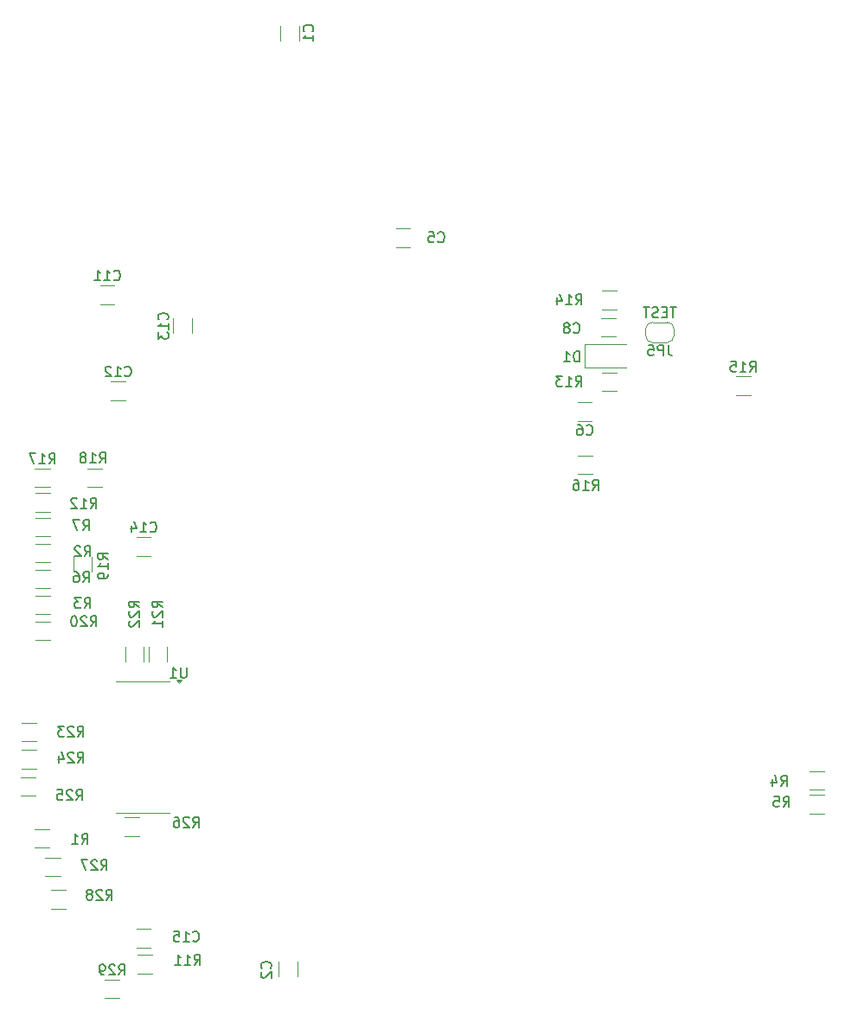
<source format=gbr>
%TF.GenerationSoftware,KiCad,Pcbnew,8.0.5-8.0.5-0~ubuntu22.04.1*%
%TF.CreationDate,2024-10-11T08:26:29+02:00*%
%TF.ProjectId,WD1771_Board,57443137-3731-45f4-926f-6172642e6b69,rev?*%
%TF.SameCoordinates,Original*%
%TF.FileFunction,Legend,Bot*%
%TF.FilePolarity,Positive*%
%FSLAX46Y46*%
G04 Gerber Fmt 4.6, Leading zero omitted, Abs format (unit mm)*
G04 Created by KiCad (PCBNEW 8.0.5-8.0.5-0~ubuntu22.04.1) date 2024-10-11 08:26:29*
%MOMM*%
%LPD*%
G01*
G04 APERTURE LIST*
%ADD10C,0.150000*%
%ADD11C,0.120000*%
G04 APERTURE END LIST*
D10*
X87076780Y-145684533D02*
X87124400Y-145636914D01*
X87124400Y-145636914D02*
X87172019Y-145494057D01*
X87172019Y-145494057D02*
X87172019Y-145398819D01*
X87172019Y-145398819D02*
X87124400Y-145255962D01*
X87124400Y-145255962D02*
X87029161Y-145160724D01*
X87029161Y-145160724D02*
X86933923Y-145113105D01*
X86933923Y-145113105D02*
X86743447Y-145065486D01*
X86743447Y-145065486D02*
X86600590Y-145065486D01*
X86600590Y-145065486D02*
X86410114Y-145113105D01*
X86410114Y-145113105D02*
X86314876Y-145160724D01*
X86314876Y-145160724D02*
X86219638Y-145255962D01*
X86219638Y-145255962D02*
X86172019Y-145398819D01*
X86172019Y-145398819D02*
X86172019Y-145494057D01*
X86172019Y-145494057D02*
X86219638Y-145636914D01*
X86219638Y-145636914D02*
X86267257Y-145684533D01*
X86267257Y-146065486D02*
X86219638Y-146113105D01*
X86219638Y-146113105D02*
X86172019Y-146208343D01*
X86172019Y-146208343D02*
X86172019Y-146446438D01*
X86172019Y-146446438D02*
X86219638Y-146541676D01*
X86219638Y-146541676D02*
X86267257Y-146589295D01*
X86267257Y-146589295D02*
X86362495Y-146636914D01*
X86362495Y-146636914D02*
X86457733Y-146636914D01*
X86457733Y-146636914D02*
X86600590Y-146589295D01*
X86600590Y-146589295D02*
X87172019Y-146017867D01*
X87172019Y-146017867D02*
X87172019Y-146636914D01*
X70492857Y-136090819D02*
X70826190Y-135614628D01*
X71064285Y-136090819D02*
X71064285Y-135090819D01*
X71064285Y-135090819D02*
X70683333Y-135090819D01*
X70683333Y-135090819D02*
X70588095Y-135138438D01*
X70588095Y-135138438D02*
X70540476Y-135186057D01*
X70540476Y-135186057D02*
X70492857Y-135281295D01*
X70492857Y-135281295D02*
X70492857Y-135424152D01*
X70492857Y-135424152D02*
X70540476Y-135519390D01*
X70540476Y-135519390D02*
X70588095Y-135567009D01*
X70588095Y-135567009D02*
X70683333Y-135614628D01*
X70683333Y-135614628D02*
X71064285Y-135614628D01*
X70111904Y-135186057D02*
X70064285Y-135138438D01*
X70064285Y-135138438D02*
X69969047Y-135090819D01*
X69969047Y-135090819D02*
X69730952Y-135090819D01*
X69730952Y-135090819D02*
X69635714Y-135138438D01*
X69635714Y-135138438D02*
X69588095Y-135186057D01*
X69588095Y-135186057D02*
X69540476Y-135281295D01*
X69540476Y-135281295D02*
X69540476Y-135376533D01*
X69540476Y-135376533D02*
X69588095Y-135519390D01*
X69588095Y-135519390D02*
X70159523Y-136090819D01*
X70159523Y-136090819D02*
X69540476Y-136090819D01*
X69207142Y-135090819D02*
X68540476Y-135090819D01*
X68540476Y-135090819D02*
X68969047Y-136090819D01*
X79509857Y-131899819D02*
X79843190Y-131423628D01*
X80081285Y-131899819D02*
X80081285Y-130899819D01*
X80081285Y-130899819D02*
X79700333Y-130899819D01*
X79700333Y-130899819D02*
X79605095Y-130947438D01*
X79605095Y-130947438D02*
X79557476Y-130995057D01*
X79557476Y-130995057D02*
X79509857Y-131090295D01*
X79509857Y-131090295D02*
X79509857Y-131233152D01*
X79509857Y-131233152D02*
X79557476Y-131328390D01*
X79557476Y-131328390D02*
X79605095Y-131376009D01*
X79605095Y-131376009D02*
X79700333Y-131423628D01*
X79700333Y-131423628D02*
X80081285Y-131423628D01*
X79128904Y-130995057D02*
X79081285Y-130947438D01*
X79081285Y-130947438D02*
X78986047Y-130899819D01*
X78986047Y-130899819D02*
X78747952Y-130899819D01*
X78747952Y-130899819D02*
X78652714Y-130947438D01*
X78652714Y-130947438D02*
X78605095Y-130995057D01*
X78605095Y-130995057D02*
X78557476Y-131090295D01*
X78557476Y-131090295D02*
X78557476Y-131185533D01*
X78557476Y-131185533D02*
X78605095Y-131328390D01*
X78605095Y-131328390D02*
X79176523Y-131899819D01*
X79176523Y-131899819D02*
X78557476Y-131899819D01*
X77700333Y-130899819D02*
X77890809Y-130899819D01*
X77890809Y-130899819D02*
X77986047Y-130947438D01*
X77986047Y-130947438D02*
X78033666Y-130995057D01*
X78033666Y-130995057D02*
X78128904Y-131137914D01*
X78128904Y-131137914D02*
X78176523Y-131328390D01*
X78176523Y-131328390D02*
X78176523Y-131709342D01*
X78176523Y-131709342D02*
X78128904Y-131804580D01*
X78128904Y-131804580D02*
X78081285Y-131852200D01*
X78081285Y-131852200D02*
X77986047Y-131899819D01*
X77986047Y-131899819D02*
X77795571Y-131899819D01*
X77795571Y-131899819D02*
X77700333Y-131852200D01*
X77700333Y-131852200D02*
X77652714Y-131804580D01*
X77652714Y-131804580D02*
X77605095Y-131709342D01*
X77605095Y-131709342D02*
X77605095Y-131471247D01*
X77605095Y-131471247D02*
X77652714Y-131376009D01*
X77652714Y-131376009D02*
X77700333Y-131328390D01*
X77700333Y-131328390D02*
X77795571Y-131280771D01*
X77795571Y-131280771D02*
X77986047Y-131280771D01*
X77986047Y-131280771D02*
X78081285Y-131328390D01*
X78081285Y-131328390D02*
X78128904Y-131376009D01*
X78128904Y-131376009D02*
X78176523Y-131471247D01*
X118022666Y-93395580D02*
X118070285Y-93443200D01*
X118070285Y-93443200D02*
X118213142Y-93490819D01*
X118213142Y-93490819D02*
X118308380Y-93490819D01*
X118308380Y-93490819D02*
X118451237Y-93443200D01*
X118451237Y-93443200D02*
X118546475Y-93347961D01*
X118546475Y-93347961D02*
X118594094Y-93252723D01*
X118594094Y-93252723D02*
X118641713Y-93062247D01*
X118641713Y-93062247D02*
X118641713Y-92919390D01*
X118641713Y-92919390D02*
X118594094Y-92728914D01*
X118594094Y-92728914D02*
X118546475Y-92633676D01*
X118546475Y-92633676D02*
X118451237Y-92538438D01*
X118451237Y-92538438D02*
X118308380Y-92490819D01*
X118308380Y-92490819D02*
X118213142Y-92490819D01*
X118213142Y-92490819D02*
X118070285Y-92538438D01*
X118070285Y-92538438D02*
X118022666Y-92586057D01*
X117165523Y-92490819D02*
X117355999Y-92490819D01*
X117355999Y-92490819D02*
X117451237Y-92538438D01*
X117451237Y-92538438D02*
X117498856Y-92586057D01*
X117498856Y-92586057D02*
X117594094Y-92728914D01*
X117594094Y-92728914D02*
X117641713Y-92919390D01*
X117641713Y-92919390D02*
X117641713Y-93300342D01*
X117641713Y-93300342D02*
X117594094Y-93395580D01*
X117594094Y-93395580D02*
X117546475Y-93443200D01*
X117546475Y-93443200D02*
X117451237Y-93490819D01*
X117451237Y-93490819D02*
X117260761Y-93490819D01*
X117260761Y-93490819D02*
X117165523Y-93443200D01*
X117165523Y-93443200D02*
X117117904Y-93395580D01*
X117117904Y-93395580D02*
X117070285Y-93300342D01*
X117070285Y-93300342D02*
X117070285Y-93062247D01*
X117070285Y-93062247D02*
X117117904Y-92967009D01*
X117117904Y-92967009D02*
X117165523Y-92919390D01*
X117165523Y-92919390D02*
X117260761Y-92871771D01*
X117260761Y-92871771D02*
X117451237Y-92871771D01*
X117451237Y-92871771D02*
X117546475Y-92919390D01*
X117546475Y-92919390D02*
X117594094Y-92967009D01*
X117594094Y-92967009D02*
X117641713Y-93062247D01*
X116974857Y-88719819D02*
X117308190Y-88243628D01*
X117546285Y-88719819D02*
X117546285Y-87719819D01*
X117546285Y-87719819D02*
X117165333Y-87719819D01*
X117165333Y-87719819D02*
X117070095Y-87767438D01*
X117070095Y-87767438D02*
X117022476Y-87815057D01*
X117022476Y-87815057D02*
X116974857Y-87910295D01*
X116974857Y-87910295D02*
X116974857Y-88053152D01*
X116974857Y-88053152D02*
X117022476Y-88148390D01*
X117022476Y-88148390D02*
X117070095Y-88196009D01*
X117070095Y-88196009D02*
X117165333Y-88243628D01*
X117165333Y-88243628D02*
X117546285Y-88243628D01*
X116022476Y-88719819D02*
X116593904Y-88719819D01*
X116308190Y-88719819D02*
X116308190Y-87719819D01*
X116308190Y-87719819D02*
X116403428Y-87862676D01*
X116403428Y-87862676D02*
X116498666Y-87957914D01*
X116498666Y-87957914D02*
X116593904Y-88005533D01*
X115689142Y-87719819D02*
X115070095Y-87719819D01*
X115070095Y-87719819D02*
X115403428Y-88100771D01*
X115403428Y-88100771D02*
X115260571Y-88100771D01*
X115260571Y-88100771D02*
X115165333Y-88148390D01*
X115165333Y-88148390D02*
X115117714Y-88196009D01*
X115117714Y-88196009D02*
X115070095Y-88291247D01*
X115070095Y-88291247D02*
X115070095Y-88529342D01*
X115070095Y-88529342D02*
X115117714Y-88624580D01*
X115117714Y-88624580D02*
X115165333Y-88672200D01*
X115165333Y-88672200D02*
X115260571Y-88719819D01*
X115260571Y-88719819D02*
X115546285Y-88719819D01*
X115546285Y-88719819D02*
X115641523Y-88672200D01*
X115641523Y-88672200D02*
X115689142Y-88624580D01*
X68619666Y-133525419D02*
X68952999Y-133049228D01*
X69191094Y-133525419D02*
X69191094Y-132525419D01*
X69191094Y-132525419D02*
X68810142Y-132525419D01*
X68810142Y-132525419D02*
X68714904Y-132573038D01*
X68714904Y-132573038D02*
X68667285Y-132620657D01*
X68667285Y-132620657D02*
X68619666Y-132715895D01*
X68619666Y-132715895D02*
X68619666Y-132858752D01*
X68619666Y-132858752D02*
X68667285Y-132953990D01*
X68667285Y-132953990D02*
X68714904Y-133001609D01*
X68714904Y-133001609D02*
X68810142Y-133049228D01*
X68810142Y-133049228D02*
X69191094Y-133049228D01*
X67667285Y-133525419D02*
X68238713Y-133525419D01*
X67952999Y-133525419D02*
X67952999Y-132525419D01*
X67952999Y-132525419D02*
X68048237Y-132668276D01*
X68048237Y-132668276D02*
X68143475Y-132763514D01*
X68143475Y-132763514D02*
X68238713Y-132811133D01*
X137066666Y-127839819D02*
X137399999Y-127363628D01*
X137638094Y-127839819D02*
X137638094Y-126839819D01*
X137638094Y-126839819D02*
X137257142Y-126839819D01*
X137257142Y-126839819D02*
X137161904Y-126887438D01*
X137161904Y-126887438D02*
X137114285Y-126935057D01*
X137114285Y-126935057D02*
X137066666Y-127030295D01*
X137066666Y-127030295D02*
X137066666Y-127173152D01*
X137066666Y-127173152D02*
X137114285Y-127268390D01*
X137114285Y-127268390D02*
X137161904Y-127316009D01*
X137161904Y-127316009D02*
X137257142Y-127363628D01*
X137257142Y-127363628D02*
X137638094Y-127363628D01*
X136209523Y-127173152D02*
X136209523Y-127839819D01*
X136447618Y-126792200D02*
X136685713Y-127506485D01*
X136685713Y-127506485D02*
X136066666Y-127506485D01*
X69476857Y-112214819D02*
X69810190Y-111738628D01*
X70048285Y-112214819D02*
X70048285Y-111214819D01*
X70048285Y-111214819D02*
X69667333Y-111214819D01*
X69667333Y-111214819D02*
X69572095Y-111262438D01*
X69572095Y-111262438D02*
X69524476Y-111310057D01*
X69524476Y-111310057D02*
X69476857Y-111405295D01*
X69476857Y-111405295D02*
X69476857Y-111548152D01*
X69476857Y-111548152D02*
X69524476Y-111643390D01*
X69524476Y-111643390D02*
X69572095Y-111691009D01*
X69572095Y-111691009D02*
X69667333Y-111738628D01*
X69667333Y-111738628D02*
X70048285Y-111738628D01*
X69095904Y-111310057D02*
X69048285Y-111262438D01*
X69048285Y-111262438D02*
X68953047Y-111214819D01*
X68953047Y-111214819D02*
X68714952Y-111214819D01*
X68714952Y-111214819D02*
X68619714Y-111262438D01*
X68619714Y-111262438D02*
X68572095Y-111310057D01*
X68572095Y-111310057D02*
X68524476Y-111405295D01*
X68524476Y-111405295D02*
X68524476Y-111500533D01*
X68524476Y-111500533D02*
X68572095Y-111643390D01*
X68572095Y-111643390D02*
X69143523Y-112214819D01*
X69143523Y-112214819D02*
X68524476Y-112214819D01*
X67905428Y-111214819D02*
X67810190Y-111214819D01*
X67810190Y-111214819D02*
X67714952Y-111262438D01*
X67714952Y-111262438D02*
X67667333Y-111310057D01*
X67667333Y-111310057D02*
X67619714Y-111405295D01*
X67619714Y-111405295D02*
X67572095Y-111595771D01*
X67572095Y-111595771D02*
X67572095Y-111833866D01*
X67572095Y-111833866D02*
X67619714Y-112024342D01*
X67619714Y-112024342D02*
X67667333Y-112119580D01*
X67667333Y-112119580D02*
X67714952Y-112167200D01*
X67714952Y-112167200D02*
X67810190Y-112214819D01*
X67810190Y-112214819D02*
X67905428Y-112214819D01*
X67905428Y-112214819D02*
X68000666Y-112167200D01*
X68000666Y-112167200D02*
X68048285Y-112119580D01*
X68048285Y-112119580D02*
X68095904Y-112024342D01*
X68095904Y-112024342D02*
X68143523Y-111833866D01*
X68143523Y-111833866D02*
X68143523Y-111595771D01*
X68143523Y-111595771D02*
X68095904Y-111405295D01*
X68095904Y-111405295D02*
X68048285Y-111310057D01*
X68048285Y-111310057D02*
X68000666Y-111262438D01*
X68000666Y-111262438D02*
X67905428Y-111214819D01*
X71762857Y-78265580D02*
X71810476Y-78313200D01*
X71810476Y-78313200D02*
X71953333Y-78360819D01*
X71953333Y-78360819D02*
X72048571Y-78360819D01*
X72048571Y-78360819D02*
X72191428Y-78313200D01*
X72191428Y-78313200D02*
X72286666Y-78217961D01*
X72286666Y-78217961D02*
X72334285Y-78122723D01*
X72334285Y-78122723D02*
X72381904Y-77932247D01*
X72381904Y-77932247D02*
X72381904Y-77789390D01*
X72381904Y-77789390D02*
X72334285Y-77598914D01*
X72334285Y-77598914D02*
X72286666Y-77503676D01*
X72286666Y-77503676D02*
X72191428Y-77408438D01*
X72191428Y-77408438D02*
X72048571Y-77360819D01*
X72048571Y-77360819D02*
X71953333Y-77360819D01*
X71953333Y-77360819D02*
X71810476Y-77408438D01*
X71810476Y-77408438D02*
X71762857Y-77456057D01*
X70810476Y-78360819D02*
X71381904Y-78360819D01*
X71096190Y-78360819D02*
X71096190Y-77360819D01*
X71096190Y-77360819D02*
X71191428Y-77503676D01*
X71191428Y-77503676D02*
X71286666Y-77598914D01*
X71286666Y-77598914D02*
X71381904Y-77646533D01*
X69858095Y-78360819D02*
X70429523Y-78360819D01*
X70143809Y-78360819D02*
X70143809Y-77360819D01*
X70143809Y-77360819D02*
X70239047Y-77503676D01*
X70239047Y-77503676D02*
X70334285Y-77598914D01*
X70334285Y-77598914D02*
X70429523Y-77646533D01*
X65412857Y-96297819D02*
X65746190Y-95821628D01*
X65984285Y-96297819D02*
X65984285Y-95297819D01*
X65984285Y-95297819D02*
X65603333Y-95297819D01*
X65603333Y-95297819D02*
X65508095Y-95345438D01*
X65508095Y-95345438D02*
X65460476Y-95393057D01*
X65460476Y-95393057D02*
X65412857Y-95488295D01*
X65412857Y-95488295D02*
X65412857Y-95631152D01*
X65412857Y-95631152D02*
X65460476Y-95726390D01*
X65460476Y-95726390D02*
X65508095Y-95774009D01*
X65508095Y-95774009D02*
X65603333Y-95821628D01*
X65603333Y-95821628D02*
X65984285Y-95821628D01*
X64460476Y-96297819D02*
X65031904Y-96297819D01*
X64746190Y-96297819D02*
X64746190Y-95297819D01*
X64746190Y-95297819D02*
X64841428Y-95440676D01*
X64841428Y-95440676D02*
X64936666Y-95535914D01*
X64936666Y-95535914D02*
X65031904Y-95583533D01*
X64127142Y-95297819D02*
X63460476Y-95297819D01*
X63460476Y-95297819D02*
X63889047Y-96297819D01*
X116752666Y-83417580D02*
X116800285Y-83465200D01*
X116800285Y-83465200D02*
X116943142Y-83512819D01*
X116943142Y-83512819D02*
X117038380Y-83512819D01*
X117038380Y-83512819D02*
X117181237Y-83465200D01*
X117181237Y-83465200D02*
X117276475Y-83369961D01*
X117276475Y-83369961D02*
X117324094Y-83274723D01*
X117324094Y-83274723D02*
X117371713Y-83084247D01*
X117371713Y-83084247D02*
X117371713Y-82941390D01*
X117371713Y-82941390D02*
X117324094Y-82750914D01*
X117324094Y-82750914D02*
X117276475Y-82655676D01*
X117276475Y-82655676D02*
X117181237Y-82560438D01*
X117181237Y-82560438D02*
X117038380Y-82512819D01*
X117038380Y-82512819D02*
X116943142Y-82512819D01*
X116943142Y-82512819D02*
X116800285Y-82560438D01*
X116800285Y-82560438D02*
X116752666Y-82608057D01*
X116181237Y-82941390D02*
X116276475Y-82893771D01*
X116276475Y-82893771D02*
X116324094Y-82846152D01*
X116324094Y-82846152D02*
X116371713Y-82750914D01*
X116371713Y-82750914D02*
X116371713Y-82703295D01*
X116371713Y-82703295D02*
X116324094Y-82608057D01*
X116324094Y-82608057D02*
X116276475Y-82560438D01*
X116276475Y-82560438D02*
X116181237Y-82512819D01*
X116181237Y-82512819D02*
X115990761Y-82512819D01*
X115990761Y-82512819D02*
X115895523Y-82560438D01*
X115895523Y-82560438D02*
X115847904Y-82608057D01*
X115847904Y-82608057D02*
X115800285Y-82703295D01*
X115800285Y-82703295D02*
X115800285Y-82750914D01*
X115800285Y-82750914D02*
X115847904Y-82846152D01*
X115847904Y-82846152D02*
X115895523Y-82893771D01*
X115895523Y-82893771D02*
X115990761Y-82941390D01*
X115990761Y-82941390D02*
X116181237Y-82941390D01*
X116181237Y-82941390D02*
X116276475Y-82989009D01*
X116276475Y-82989009D02*
X116324094Y-83036628D01*
X116324094Y-83036628D02*
X116371713Y-83131866D01*
X116371713Y-83131866D02*
X116371713Y-83322342D01*
X116371713Y-83322342D02*
X116324094Y-83417580D01*
X116324094Y-83417580D02*
X116276475Y-83465200D01*
X116276475Y-83465200D02*
X116181237Y-83512819D01*
X116181237Y-83512819D02*
X115990761Y-83512819D01*
X115990761Y-83512819D02*
X115895523Y-83465200D01*
X115895523Y-83465200D02*
X115847904Y-83417580D01*
X115847904Y-83417580D02*
X115800285Y-83322342D01*
X115800285Y-83322342D02*
X115800285Y-83131866D01*
X115800285Y-83131866D02*
X115847904Y-83036628D01*
X115847904Y-83036628D02*
X115895523Y-82989009D01*
X115895523Y-82989009D02*
X115990761Y-82941390D01*
X117324094Y-86306819D02*
X117324094Y-85306819D01*
X117324094Y-85306819D02*
X117085999Y-85306819D01*
X117085999Y-85306819D02*
X116943142Y-85354438D01*
X116943142Y-85354438D02*
X116847904Y-85449676D01*
X116847904Y-85449676D02*
X116800285Y-85544914D01*
X116800285Y-85544914D02*
X116752666Y-85735390D01*
X116752666Y-85735390D02*
X116752666Y-85878247D01*
X116752666Y-85878247D02*
X116800285Y-86068723D01*
X116800285Y-86068723D02*
X116847904Y-86163961D01*
X116847904Y-86163961D02*
X116943142Y-86259200D01*
X116943142Y-86259200D02*
X117085999Y-86306819D01*
X117085999Y-86306819D02*
X117324094Y-86306819D01*
X115800285Y-86306819D02*
X116371713Y-86306819D01*
X116085999Y-86306819D02*
X116085999Y-85306819D01*
X116085999Y-85306819D02*
X116181237Y-85449676D01*
X116181237Y-85449676D02*
X116276475Y-85544914D01*
X116276475Y-85544914D02*
X116371713Y-85592533D01*
X103495666Y-74527580D02*
X103543285Y-74575200D01*
X103543285Y-74575200D02*
X103686142Y-74622819D01*
X103686142Y-74622819D02*
X103781380Y-74622819D01*
X103781380Y-74622819D02*
X103924237Y-74575200D01*
X103924237Y-74575200D02*
X104019475Y-74479961D01*
X104019475Y-74479961D02*
X104067094Y-74384723D01*
X104067094Y-74384723D02*
X104114713Y-74194247D01*
X104114713Y-74194247D02*
X104114713Y-74051390D01*
X104114713Y-74051390D02*
X104067094Y-73860914D01*
X104067094Y-73860914D02*
X104019475Y-73765676D01*
X104019475Y-73765676D02*
X103924237Y-73670438D01*
X103924237Y-73670438D02*
X103781380Y-73622819D01*
X103781380Y-73622819D02*
X103686142Y-73622819D01*
X103686142Y-73622819D02*
X103543285Y-73670438D01*
X103543285Y-73670438D02*
X103495666Y-73718057D01*
X102590904Y-73622819D02*
X103067094Y-73622819D01*
X103067094Y-73622819D02*
X103114713Y-74099009D01*
X103114713Y-74099009D02*
X103067094Y-74051390D01*
X103067094Y-74051390D02*
X102971856Y-74003771D01*
X102971856Y-74003771D02*
X102733761Y-74003771D01*
X102733761Y-74003771D02*
X102638523Y-74051390D01*
X102638523Y-74051390D02*
X102590904Y-74099009D01*
X102590904Y-74099009D02*
X102543285Y-74194247D01*
X102543285Y-74194247D02*
X102543285Y-74432342D01*
X102543285Y-74432342D02*
X102590904Y-74527580D01*
X102590904Y-74527580D02*
X102638523Y-74575200D01*
X102638523Y-74575200D02*
X102733761Y-74622819D01*
X102733761Y-74622819D02*
X102971856Y-74622819D01*
X102971856Y-74622819D02*
X103067094Y-74575200D01*
X103067094Y-74575200D02*
X103114713Y-74527580D01*
X68873666Y-105356819D02*
X69206999Y-104880628D01*
X69445094Y-105356819D02*
X69445094Y-104356819D01*
X69445094Y-104356819D02*
X69064142Y-104356819D01*
X69064142Y-104356819D02*
X68968904Y-104404438D01*
X68968904Y-104404438D02*
X68921285Y-104452057D01*
X68921285Y-104452057D02*
X68873666Y-104547295D01*
X68873666Y-104547295D02*
X68873666Y-104690152D01*
X68873666Y-104690152D02*
X68921285Y-104785390D01*
X68921285Y-104785390D02*
X68968904Y-104833009D01*
X68968904Y-104833009D02*
X69064142Y-104880628D01*
X69064142Y-104880628D02*
X69445094Y-104880628D01*
X68492713Y-104452057D02*
X68445094Y-104404438D01*
X68445094Y-104404438D02*
X68349856Y-104356819D01*
X68349856Y-104356819D02*
X68111761Y-104356819D01*
X68111761Y-104356819D02*
X68016523Y-104404438D01*
X68016523Y-104404438D02*
X67968904Y-104452057D01*
X67968904Y-104452057D02*
X67921285Y-104547295D01*
X67921285Y-104547295D02*
X67921285Y-104642533D01*
X67921285Y-104642533D02*
X67968904Y-104785390D01*
X67968904Y-104785390D02*
X68540332Y-105356819D01*
X68540332Y-105356819D02*
X67921285Y-105356819D01*
X71193819Y-105656142D02*
X70717628Y-105322809D01*
X71193819Y-105084714D02*
X70193819Y-105084714D01*
X70193819Y-105084714D02*
X70193819Y-105465666D01*
X70193819Y-105465666D02*
X70241438Y-105560904D01*
X70241438Y-105560904D02*
X70289057Y-105608523D01*
X70289057Y-105608523D02*
X70384295Y-105656142D01*
X70384295Y-105656142D02*
X70527152Y-105656142D01*
X70527152Y-105656142D02*
X70622390Y-105608523D01*
X70622390Y-105608523D02*
X70670009Y-105560904D01*
X70670009Y-105560904D02*
X70717628Y-105465666D01*
X70717628Y-105465666D02*
X70717628Y-105084714D01*
X71193819Y-106608523D02*
X71193819Y-106037095D01*
X71193819Y-106322809D02*
X70193819Y-106322809D01*
X70193819Y-106322809D02*
X70336676Y-106227571D01*
X70336676Y-106227571D02*
X70431914Y-106132333D01*
X70431914Y-106132333D02*
X70479533Y-106037095D01*
X71193819Y-107084714D02*
X71193819Y-107275190D01*
X71193819Y-107275190D02*
X71146200Y-107370428D01*
X71146200Y-107370428D02*
X71098580Y-107418047D01*
X71098580Y-107418047D02*
X70955723Y-107513285D01*
X70955723Y-107513285D02*
X70765247Y-107560904D01*
X70765247Y-107560904D02*
X70384295Y-107560904D01*
X70384295Y-107560904D02*
X70289057Y-107513285D01*
X70289057Y-107513285D02*
X70241438Y-107465666D01*
X70241438Y-107465666D02*
X70193819Y-107370428D01*
X70193819Y-107370428D02*
X70193819Y-107179952D01*
X70193819Y-107179952D02*
X70241438Y-107084714D01*
X70241438Y-107084714D02*
X70289057Y-107037095D01*
X70289057Y-107037095D02*
X70384295Y-106989476D01*
X70384295Y-106989476D02*
X70622390Y-106989476D01*
X70622390Y-106989476D02*
X70717628Y-107037095D01*
X70717628Y-107037095D02*
X70765247Y-107084714D01*
X70765247Y-107084714D02*
X70812866Y-107179952D01*
X70812866Y-107179952D02*
X70812866Y-107370428D01*
X70812866Y-107370428D02*
X70765247Y-107465666D01*
X70765247Y-107465666D02*
X70717628Y-107513285D01*
X70717628Y-107513285D02*
X70622390Y-107560904D01*
X79509857Y-142980580D02*
X79557476Y-143028200D01*
X79557476Y-143028200D02*
X79700333Y-143075819D01*
X79700333Y-143075819D02*
X79795571Y-143075819D01*
X79795571Y-143075819D02*
X79938428Y-143028200D01*
X79938428Y-143028200D02*
X80033666Y-142932961D01*
X80033666Y-142932961D02*
X80081285Y-142837723D01*
X80081285Y-142837723D02*
X80128904Y-142647247D01*
X80128904Y-142647247D02*
X80128904Y-142504390D01*
X80128904Y-142504390D02*
X80081285Y-142313914D01*
X80081285Y-142313914D02*
X80033666Y-142218676D01*
X80033666Y-142218676D02*
X79938428Y-142123438D01*
X79938428Y-142123438D02*
X79795571Y-142075819D01*
X79795571Y-142075819D02*
X79700333Y-142075819D01*
X79700333Y-142075819D02*
X79557476Y-142123438D01*
X79557476Y-142123438D02*
X79509857Y-142171057D01*
X78557476Y-143075819D02*
X79128904Y-143075819D01*
X78843190Y-143075819D02*
X78843190Y-142075819D01*
X78843190Y-142075819D02*
X78938428Y-142218676D01*
X78938428Y-142218676D02*
X79033666Y-142313914D01*
X79033666Y-142313914D02*
X79128904Y-142361533D01*
X77652714Y-142075819D02*
X78128904Y-142075819D01*
X78128904Y-142075819D02*
X78176523Y-142552009D01*
X78176523Y-142552009D02*
X78128904Y-142504390D01*
X78128904Y-142504390D02*
X78033666Y-142456771D01*
X78033666Y-142456771D02*
X77795571Y-142456771D01*
X77795571Y-142456771D02*
X77700333Y-142504390D01*
X77700333Y-142504390D02*
X77652714Y-142552009D01*
X77652714Y-142552009D02*
X77605095Y-142647247D01*
X77605095Y-142647247D02*
X77605095Y-142885342D01*
X77605095Y-142885342D02*
X77652714Y-142980580D01*
X77652714Y-142980580D02*
X77700333Y-143028200D01*
X77700333Y-143028200D02*
X77795571Y-143075819D01*
X77795571Y-143075819D02*
X78033666Y-143075819D01*
X78033666Y-143075819D02*
X78128904Y-143028200D01*
X78128904Y-143028200D02*
X78176523Y-142980580D01*
X68873666Y-110436819D02*
X69206999Y-109960628D01*
X69445094Y-110436819D02*
X69445094Y-109436819D01*
X69445094Y-109436819D02*
X69064142Y-109436819D01*
X69064142Y-109436819D02*
X68968904Y-109484438D01*
X68968904Y-109484438D02*
X68921285Y-109532057D01*
X68921285Y-109532057D02*
X68873666Y-109627295D01*
X68873666Y-109627295D02*
X68873666Y-109770152D01*
X68873666Y-109770152D02*
X68921285Y-109865390D01*
X68921285Y-109865390D02*
X68968904Y-109913009D01*
X68968904Y-109913009D02*
X69064142Y-109960628D01*
X69064142Y-109960628D02*
X69445094Y-109960628D01*
X68540332Y-109436819D02*
X67921285Y-109436819D01*
X67921285Y-109436819D02*
X68254618Y-109817771D01*
X68254618Y-109817771D02*
X68111761Y-109817771D01*
X68111761Y-109817771D02*
X68016523Y-109865390D01*
X68016523Y-109865390D02*
X67968904Y-109913009D01*
X67968904Y-109913009D02*
X67921285Y-110008247D01*
X67921285Y-110008247D02*
X67921285Y-110246342D01*
X67921285Y-110246342D02*
X67968904Y-110341580D01*
X67968904Y-110341580D02*
X68016523Y-110389200D01*
X68016523Y-110389200D02*
X68111761Y-110436819D01*
X68111761Y-110436819D02*
X68397475Y-110436819D01*
X68397475Y-110436819D02*
X68492713Y-110389200D01*
X68492713Y-110389200D02*
X68540332Y-110341580D01*
X79636857Y-145361819D02*
X79970190Y-144885628D01*
X80208285Y-145361819D02*
X80208285Y-144361819D01*
X80208285Y-144361819D02*
X79827333Y-144361819D01*
X79827333Y-144361819D02*
X79732095Y-144409438D01*
X79732095Y-144409438D02*
X79684476Y-144457057D01*
X79684476Y-144457057D02*
X79636857Y-144552295D01*
X79636857Y-144552295D02*
X79636857Y-144695152D01*
X79636857Y-144695152D02*
X79684476Y-144790390D01*
X79684476Y-144790390D02*
X79732095Y-144838009D01*
X79732095Y-144838009D02*
X79827333Y-144885628D01*
X79827333Y-144885628D02*
X80208285Y-144885628D01*
X78684476Y-145361819D02*
X79255904Y-145361819D01*
X78970190Y-145361819D02*
X78970190Y-144361819D01*
X78970190Y-144361819D02*
X79065428Y-144504676D01*
X79065428Y-144504676D02*
X79160666Y-144599914D01*
X79160666Y-144599914D02*
X79255904Y-144647533D01*
X77732095Y-145361819D02*
X78303523Y-145361819D01*
X78017809Y-145361819D02*
X78017809Y-144361819D01*
X78017809Y-144361819D02*
X78113047Y-144504676D01*
X78113047Y-144504676D02*
X78208285Y-144599914D01*
X78208285Y-144599914D02*
X78303523Y-144647533D01*
X69476857Y-100657819D02*
X69810190Y-100181628D01*
X70048285Y-100657819D02*
X70048285Y-99657819D01*
X70048285Y-99657819D02*
X69667333Y-99657819D01*
X69667333Y-99657819D02*
X69572095Y-99705438D01*
X69572095Y-99705438D02*
X69524476Y-99753057D01*
X69524476Y-99753057D02*
X69476857Y-99848295D01*
X69476857Y-99848295D02*
X69476857Y-99991152D01*
X69476857Y-99991152D02*
X69524476Y-100086390D01*
X69524476Y-100086390D02*
X69572095Y-100134009D01*
X69572095Y-100134009D02*
X69667333Y-100181628D01*
X69667333Y-100181628D02*
X70048285Y-100181628D01*
X68524476Y-100657819D02*
X69095904Y-100657819D01*
X68810190Y-100657819D02*
X68810190Y-99657819D01*
X68810190Y-99657819D02*
X68905428Y-99800676D01*
X68905428Y-99800676D02*
X69000666Y-99895914D01*
X69000666Y-99895914D02*
X69095904Y-99943533D01*
X68143523Y-99753057D02*
X68095904Y-99705438D01*
X68095904Y-99705438D02*
X68000666Y-99657819D01*
X68000666Y-99657819D02*
X67762571Y-99657819D01*
X67762571Y-99657819D02*
X67667333Y-99705438D01*
X67667333Y-99705438D02*
X67619714Y-99753057D01*
X67619714Y-99753057D02*
X67572095Y-99848295D01*
X67572095Y-99848295D02*
X67572095Y-99943533D01*
X67572095Y-99943533D02*
X67619714Y-100086390D01*
X67619714Y-100086390D02*
X68191142Y-100657819D01*
X68191142Y-100657819D02*
X67572095Y-100657819D01*
X137291666Y-129879819D02*
X137624999Y-129403628D01*
X137863094Y-129879819D02*
X137863094Y-128879819D01*
X137863094Y-128879819D02*
X137482142Y-128879819D01*
X137482142Y-128879819D02*
X137386904Y-128927438D01*
X137386904Y-128927438D02*
X137339285Y-128975057D01*
X137339285Y-128975057D02*
X137291666Y-129070295D01*
X137291666Y-129070295D02*
X137291666Y-129213152D01*
X137291666Y-129213152D02*
X137339285Y-129308390D01*
X137339285Y-129308390D02*
X137386904Y-129356009D01*
X137386904Y-129356009D02*
X137482142Y-129403628D01*
X137482142Y-129403628D02*
X137863094Y-129403628D01*
X136386904Y-128879819D02*
X136863094Y-128879819D01*
X136863094Y-128879819D02*
X136910713Y-129356009D01*
X136910713Y-129356009D02*
X136863094Y-129308390D01*
X136863094Y-129308390D02*
X136767856Y-129260771D01*
X136767856Y-129260771D02*
X136529761Y-129260771D01*
X136529761Y-129260771D02*
X136434523Y-129308390D01*
X136434523Y-129308390D02*
X136386904Y-129356009D01*
X136386904Y-129356009D02*
X136339285Y-129451247D01*
X136339285Y-129451247D02*
X136339285Y-129689342D01*
X136339285Y-129689342D02*
X136386904Y-129784580D01*
X136386904Y-129784580D02*
X136434523Y-129832200D01*
X136434523Y-129832200D02*
X136529761Y-129879819D01*
X136529761Y-129879819D02*
X136767856Y-129879819D01*
X136767856Y-129879819D02*
X136863094Y-129832200D01*
X136863094Y-129832200D02*
X136910713Y-129784580D01*
X68746666Y-107896819D02*
X69079999Y-107420628D01*
X69318094Y-107896819D02*
X69318094Y-106896819D01*
X69318094Y-106896819D02*
X68937142Y-106896819D01*
X68937142Y-106896819D02*
X68841904Y-106944438D01*
X68841904Y-106944438D02*
X68794285Y-106992057D01*
X68794285Y-106992057D02*
X68746666Y-107087295D01*
X68746666Y-107087295D02*
X68746666Y-107230152D01*
X68746666Y-107230152D02*
X68794285Y-107325390D01*
X68794285Y-107325390D02*
X68841904Y-107373009D01*
X68841904Y-107373009D02*
X68937142Y-107420628D01*
X68937142Y-107420628D02*
X69318094Y-107420628D01*
X67889523Y-106896819D02*
X68079999Y-106896819D01*
X68079999Y-106896819D02*
X68175237Y-106944438D01*
X68175237Y-106944438D02*
X68222856Y-106992057D01*
X68222856Y-106992057D02*
X68318094Y-107134914D01*
X68318094Y-107134914D02*
X68365713Y-107325390D01*
X68365713Y-107325390D02*
X68365713Y-107706342D01*
X68365713Y-107706342D02*
X68318094Y-107801580D01*
X68318094Y-107801580D02*
X68270475Y-107849200D01*
X68270475Y-107849200D02*
X68175237Y-107896819D01*
X68175237Y-107896819D02*
X67984761Y-107896819D01*
X67984761Y-107896819D02*
X67889523Y-107849200D01*
X67889523Y-107849200D02*
X67841904Y-107801580D01*
X67841904Y-107801580D02*
X67794285Y-107706342D01*
X67794285Y-107706342D02*
X67794285Y-107468247D01*
X67794285Y-107468247D02*
X67841904Y-107373009D01*
X67841904Y-107373009D02*
X67889523Y-107325390D01*
X67889523Y-107325390D02*
X67984761Y-107277771D01*
X67984761Y-107277771D02*
X68175237Y-107277771D01*
X68175237Y-107277771D02*
X68270475Y-107325390D01*
X68270475Y-107325390D02*
X68318094Y-107373009D01*
X68318094Y-107373009D02*
X68365713Y-107468247D01*
X116974857Y-80718819D02*
X117308190Y-80242628D01*
X117546285Y-80718819D02*
X117546285Y-79718819D01*
X117546285Y-79718819D02*
X117165333Y-79718819D01*
X117165333Y-79718819D02*
X117070095Y-79766438D01*
X117070095Y-79766438D02*
X117022476Y-79814057D01*
X117022476Y-79814057D02*
X116974857Y-79909295D01*
X116974857Y-79909295D02*
X116974857Y-80052152D01*
X116974857Y-80052152D02*
X117022476Y-80147390D01*
X117022476Y-80147390D02*
X117070095Y-80195009D01*
X117070095Y-80195009D02*
X117165333Y-80242628D01*
X117165333Y-80242628D02*
X117546285Y-80242628D01*
X116022476Y-80718819D02*
X116593904Y-80718819D01*
X116308190Y-80718819D02*
X116308190Y-79718819D01*
X116308190Y-79718819D02*
X116403428Y-79861676D01*
X116403428Y-79861676D02*
X116498666Y-79956914D01*
X116498666Y-79956914D02*
X116593904Y-80004533D01*
X115165333Y-80052152D02*
X115165333Y-80718819D01*
X115403428Y-79671200D02*
X115641523Y-80385485D01*
X115641523Y-80385485D02*
X115022476Y-80385485D01*
X72244857Y-146335819D02*
X72578190Y-145859628D01*
X72816285Y-146335819D02*
X72816285Y-145335819D01*
X72816285Y-145335819D02*
X72435333Y-145335819D01*
X72435333Y-145335819D02*
X72340095Y-145383438D01*
X72340095Y-145383438D02*
X72292476Y-145431057D01*
X72292476Y-145431057D02*
X72244857Y-145526295D01*
X72244857Y-145526295D02*
X72244857Y-145669152D01*
X72244857Y-145669152D02*
X72292476Y-145764390D01*
X72292476Y-145764390D02*
X72340095Y-145812009D01*
X72340095Y-145812009D02*
X72435333Y-145859628D01*
X72435333Y-145859628D02*
X72816285Y-145859628D01*
X71863904Y-145431057D02*
X71816285Y-145383438D01*
X71816285Y-145383438D02*
X71721047Y-145335819D01*
X71721047Y-145335819D02*
X71482952Y-145335819D01*
X71482952Y-145335819D02*
X71387714Y-145383438D01*
X71387714Y-145383438D02*
X71340095Y-145431057D01*
X71340095Y-145431057D02*
X71292476Y-145526295D01*
X71292476Y-145526295D02*
X71292476Y-145621533D01*
X71292476Y-145621533D02*
X71340095Y-145764390D01*
X71340095Y-145764390D02*
X71911523Y-146335819D01*
X71911523Y-146335819D02*
X71292476Y-146335819D01*
X70816285Y-146335819D02*
X70625809Y-146335819D01*
X70625809Y-146335819D02*
X70530571Y-146288200D01*
X70530571Y-146288200D02*
X70482952Y-146240580D01*
X70482952Y-146240580D02*
X70387714Y-146097723D01*
X70387714Y-146097723D02*
X70340095Y-145907247D01*
X70340095Y-145907247D02*
X70340095Y-145526295D01*
X70340095Y-145526295D02*
X70387714Y-145431057D01*
X70387714Y-145431057D02*
X70435333Y-145383438D01*
X70435333Y-145383438D02*
X70530571Y-145335819D01*
X70530571Y-145335819D02*
X70721047Y-145335819D01*
X70721047Y-145335819D02*
X70816285Y-145383438D01*
X70816285Y-145383438D02*
X70863904Y-145431057D01*
X70863904Y-145431057D02*
X70911523Y-145526295D01*
X70911523Y-145526295D02*
X70911523Y-145764390D01*
X70911523Y-145764390D02*
X70863904Y-145859628D01*
X70863904Y-145859628D02*
X70816285Y-145907247D01*
X70816285Y-145907247D02*
X70721047Y-145954866D01*
X70721047Y-145954866D02*
X70530571Y-145954866D01*
X70530571Y-145954866D02*
X70435333Y-145907247D01*
X70435333Y-145907247D02*
X70387714Y-145859628D01*
X70387714Y-145859628D02*
X70340095Y-145764390D01*
X134018857Y-87280819D02*
X134352190Y-86804628D01*
X134590285Y-87280819D02*
X134590285Y-86280819D01*
X134590285Y-86280819D02*
X134209333Y-86280819D01*
X134209333Y-86280819D02*
X134114095Y-86328438D01*
X134114095Y-86328438D02*
X134066476Y-86376057D01*
X134066476Y-86376057D02*
X134018857Y-86471295D01*
X134018857Y-86471295D02*
X134018857Y-86614152D01*
X134018857Y-86614152D02*
X134066476Y-86709390D01*
X134066476Y-86709390D02*
X134114095Y-86757009D01*
X134114095Y-86757009D02*
X134209333Y-86804628D01*
X134209333Y-86804628D02*
X134590285Y-86804628D01*
X133066476Y-87280819D02*
X133637904Y-87280819D01*
X133352190Y-87280819D02*
X133352190Y-86280819D01*
X133352190Y-86280819D02*
X133447428Y-86423676D01*
X133447428Y-86423676D02*
X133542666Y-86518914D01*
X133542666Y-86518914D02*
X133637904Y-86566533D01*
X132161714Y-86280819D02*
X132637904Y-86280819D01*
X132637904Y-86280819D02*
X132685523Y-86757009D01*
X132685523Y-86757009D02*
X132637904Y-86709390D01*
X132637904Y-86709390D02*
X132542666Y-86661771D01*
X132542666Y-86661771D02*
X132304571Y-86661771D01*
X132304571Y-86661771D02*
X132209333Y-86709390D01*
X132209333Y-86709390D02*
X132161714Y-86757009D01*
X132161714Y-86757009D02*
X132114095Y-86852247D01*
X132114095Y-86852247D02*
X132114095Y-87090342D01*
X132114095Y-87090342D02*
X132161714Y-87185580D01*
X132161714Y-87185580D02*
X132209333Y-87233200D01*
X132209333Y-87233200D02*
X132304571Y-87280819D01*
X132304571Y-87280819D02*
X132542666Y-87280819D01*
X132542666Y-87280819D02*
X132637904Y-87233200D01*
X132637904Y-87233200D02*
X132685523Y-87185580D01*
X68746666Y-102816819D02*
X69079999Y-102340628D01*
X69318094Y-102816819D02*
X69318094Y-101816819D01*
X69318094Y-101816819D02*
X68937142Y-101816819D01*
X68937142Y-101816819D02*
X68841904Y-101864438D01*
X68841904Y-101864438D02*
X68794285Y-101912057D01*
X68794285Y-101912057D02*
X68746666Y-102007295D01*
X68746666Y-102007295D02*
X68746666Y-102150152D01*
X68746666Y-102150152D02*
X68794285Y-102245390D01*
X68794285Y-102245390D02*
X68841904Y-102293009D01*
X68841904Y-102293009D02*
X68937142Y-102340628D01*
X68937142Y-102340628D02*
X69318094Y-102340628D01*
X68413332Y-101816819D02*
X67746666Y-101816819D01*
X67746666Y-101816819D02*
X68175237Y-102816819D01*
X76995580Y-82161142D02*
X77043200Y-82113523D01*
X77043200Y-82113523D02*
X77090819Y-81970666D01*
X77090819Y-81970666D02*
X77090819Y-81875428D01*
X77090819Y-81875428D02*
X77043200Y-81732571D01*
X77043200Y-81732571D02*
X76947961Y-81637333D01*
X76947961Y-81637333D02*
X76852723Y-81589714D01*
X76852723Y-81589714D02*
X76662247Y-81542095D01*
X76662247Y-81542095D02*
X76519390Y-81542095D01*
X76519390Y-81542095D02*
X76328914Y-81589714D01*
X76328914Y-81589714D02*
X76233676Y-81637333D01*
X76233676Y-81637333D02*
X76138438Y-81732571D01*
X76138438Y-81732571D02*
X76090819Y-81875428D01*
X76090819Y-81875428D02*
X76090819Y-81970666D01*
X76090819Y-81970666D02*
X76138438Y-82113523D01*
X76138438Y-82113523D02*
X76186057Y-82161142D01*
X77090819Y-83113523D02*
X77090819Y-82542095D01*
X77090819Y-82827809D02*
X76090819Y-82827809D01*
X76090819Y-82827809D02*
X76233676Y-82732571D01*
X76233676Y-82732571D02*
X76328914Y-82637333D01*
X76328914Y-82637333D02*
X76376533Y-82542095D01*
X76090819Y-83446857D02*
X76090819Y-84065904D01*
X76090819Y-84065904D02*
X76471771Y-83732571D01*
X76471771Y-83732571D02*
X76471771Y-83875428D01*
X76471771Y-83875428D02*
X76519390Y-83970666D01*
X76519390Y-83970666D02*
X76567009Y-84018285D01*
X76567009Y-84018285D02*
X76662247Y-84065904D01*
X76662247Y-84065904D02*
X76900342Y-84065904D01*
X76900342Y-84065904D02*
X76995580Y-84018285D01*
X76995580Y-84018285D02*
X77043200Y-83970666D01*
X77043200Y-83970666D02*
X77090819Y-83875428D01*
X77090819Y-83875428D02*
X77090819Y-83589714D01*
X77090819Y-83589714D02*
X77043200Y-83494476D01*
X77043200Y-83494476D02*
X76995580Y-83446857D01*
X70365857Y-96212819D02*
X70699190Y-95736628D01*
X70937285Y-96212819D02*
X70937285Y-95212819D01*
X70937285Y-95212819D02*
X70556333Y-95212819D01*
X70556333Y-95212819D02*
X70461095Y-95260438D01*
X70461095Y-95260438D02*
X70413476Y-95308057D01*
X70413476Y-95308057D02*
X70365857Y-95403295D01*
X70365857Y-95403295D02*
X70365857Y-95546152D01*
X70365857Y-95546152D02*
X70413476Y-95641390D01*
X70413476Y-95641390D02*
X70461095Y-95689009D01*
X70461095Y-95689009D02*
X70556333Y-95736628D01*
X70556333Y-95736628D02*
X70937285Y-95736628D01*
X69413476Y-96212819D02*
X69984904Y-96212819D01*
X69699190Y-96212819D02*
X69699190Y-95212819D01*
X69699190Y-95212819D02*
X69794428Y-95355676D01*
X69794428Y-95355676D02*
X69889666Y-95450914D01*
X69889666Y-95450914D02*
X69984904Y-95498533D01*
X68842047Y-95641390D02*
X68937285Y-95593771D01*
X68937285Y-95593771D02*
X68984904Y-95546152D01*
X68984904Y-95546152D02*
X69032523Y-95450914D01*
X69032523Y-95450914D02*
X69032523Y-95403295D01*
X69032523Y-95403295D02*
X68984904Y-95308057D01*
X68984904Y-95308057D02*
X68937285Y-95260438D01*
X68937285Y-95260438D02*
X68842047Y-95212819D01*
X68842047Y-95212819D02*
X68651571Y-95212819D01*
X68651571Y-95212819D02*
X68556333Y-95260438D01*
X68556333Y-95260438D02*
X68508714Y-95308057D01*
X68508714Y-95308057D02*
X68461095Y-95403295D01*
X68461095Y-95403295D02*
X68461095Y-95450914D01*
X68461095Y-95450914D02*
X68508714Y-95546152D01*
X68508714Y-95546152D02*
X68556333Y-95593771D01*
X68556333Y-95593771D02*
X68651571Y-95641390D01*
X68651571Y-95641390D02*
X68842047Y-95641390D01*
X68842047Y-95641390D02*
X68937285Y-95689009D01*
X68937285Y-95689009D02*
X68984904Y-95736628D01*
X68984904Y-95736628D02*
X69032523Y-95831866D01*
X69032523Y-95831866D02*
X69032523Y-96022342D01*
X69032523Y-96022342D02*
X68984904Y-96117580D01*
X68984904Y-96117580D02*
X68937285Y-96165200D01*
X68937285Y-96165200D02*
X68842047Y-96212819D01*
X68842047Y-96212819D02*
X68651571Y-96212819D01*
X68651571Y-96212819D02*
X68556333Y-96165200D01*
X68556333Y-96165200D02*
X68508714Y-96117580D01*
X68508714Y-96117580D02*
X68461095Y-96022342D01*
X68461095Y-96022342D02*
X68461095Y-95831866D01*
X68461095Y-95831866D02*
X68508714Y-95736628D01*
X68508714Y-95736628D02*
X68556333Y-95689009D01*
X68556333Y-95689009D02*
X68651571Y-95641390D01*
X76527819Y-110355142D02*
X76051628Y-110021809D01*
X76527819Y-109783714D02*
X75527819Y-109783714D01*
X75527819Y-109783714D02*
X75527819Y-110164666D01*
X75527819Y-110164666D02*
X75575438Y-110259904D01*
X75575438Y-110259904D02*
X75623057Y-110307523D01*
X75623057Y-110307523D02*
X75718295Y-110355142D01*
X75718295Y-110355142D02*
X75861152Y-110355142D01*
X75861152Y-110355142D02*
X75956390Y-110307523D01*
X75956390Y-110307523D02*
X76004009Y-110259904D01*
X76004009Y-110259904D02*
X76051628Y-110164666D01*
X76051628Y-110164666D02*
X76051628Y-109783714D01*
X75623057Y-110736095D02*
X75575438Y-110783714D01*
X75575438Y-110783714D02*
X75527819Y-110878952D01*
X75527819Y-110878952D02*
X75527819Y-111117047D01*
X75527819Y-111117047D02*
X75575438Y-111212285D01*
X75575438Y-111212285D02*
X75623057Y-111259904D01*
X75623057Y-111259904D02*
X75718295Y-111307523D01*
X75718295Y-111307523D02*
X75813533Y-111307523D01*
X75813533Y-111307523D02*
X75956390Y-111259904D01*
X75956390Y-111259904D02*
X76527819Y-110688476D01*
X76527819Y-110688476D02*
X76527819Y-111307523D01*
X76527819Y-112259904D02*
X76527819Y-111688476D01*
X76527819Y-111974190D02*
X75527819Y-111974190D01*
X75527819Y-111974190D02*
X75670676Y-111878952D01*
X75670676Y-111878952D02*
X75765914Y-111783714D01*
X75765914Y-111783714D02*
X75813533Y-111688476D01*
X74241819Y-110355142D02*
X73765628Y-110021809D01*
X74241819Y-109783714D02*
X73241819Y-109783714D01*
X73241819Y-109783714D02*
X73241819Y-110164666D01*
X73241819Y-110164666D02*
X73289438Y-110259904D01*
X73289438Y-110259904D02*
X73337057Y-110307523D01*
X73337057Y-110307523D02*
X73432295Y-110355142D01*
X73432295Y-110355142D02*
X73575152Y-110355142D01*
X73575152Y-110355142D02*
X73670390Y-110307523D01*
X73670390Y-110307523D02*
X73718009Y-110259904D01*
X73718009Y-110259904D02*
X73765628Y-110164666D01*
X73765628Y-110164666D02*
X73765628Y-109783714D01*
X73337057Y-110736095D02*
X73289438Y-110783714D01*
X73289438Y-110783714D02*
X73241819Y-110878952D01*
X73241819Y-110878952D02*
X73241819Y-111117047D01*
X73241819Y-111117047D02*
X73289438Y-111212285D01*
X73289438Y-111212285D02*
X73337057Y-111259904D01*
X73337057Y-111259904D02*
X73432295Y-111307523D01*
X73432295Y-111307523D02*
X73527533Y-111307523D01*
X73527533Y-111307523D02*
X73670390Y-111259904D01*
X73670390Y-111259904D02*
X74241819Y-110688476D01*
X74241819Y-110688476D02*
X74241819Y-111307523D01*
X73337057Y-111688476D02*
X73289438Y-111736095D01*
X73289438Y-111736095D02*
X73241819Y-111831333D01*
X73241819Y-111831333D02*
X73241819Y-112069428D01*
X73241819Y-112069428D02*
X73289438Y-112164666D01*
X73289438Y-112164666D02*
X73337057Y-112212285D01*
X73337057Y-112212285D02*
X73432295Y-112259904D01*
X73432295Y-112259904D02*
X73527533Y-112259904D01*
X73527533Y-112259904D02*
X73670390Y-112212285D01*
X73670390Y-112212285D02*
X74241819Y-111640857D01*
X74241819Y-111640857D02*
X74241819Y-112259904D01*
X75318857Y-102903580D02*
X75366476Y-102951200D01*
X75366476Y-102951200D02*
X75509333Y-102998819D01*
X75509333Y-102998819D02*
X75604571Y-102998819D01*
X75604571Y-102998819D02*
X75747428Y-102951200D01*
X75747428Y-102951200D02*
X75842666Y-102855961D01*
X75842666Y-102855961D02*
X75890285Y-102760723D01*
X75890285Y-102760723D02*
X75937904Y-102570247D01*
X75937904Y-102570247D02*
X75937904Y-102427390D01*
X75937904Y-102427390D02*
X75890285Y-102236914D01*
X75890285Y-102236914D02*
X75842666Y-102141676D01*
X75842666Y-102141676D02*
X75747428Y-102046438D01*
X75747428Y-102046438D02*
X75604571Y-101998819D01*
X75604571Y-101998819D02*
X75509333Y-101998819D01*
X75509333Y-101998819D02*
X75366476Y-102046438D01*
X75366476Y-102046438D02*
X75318857Y-102094057D01*
X74366476Y-102998819D02*
X74937904Y-102998819D01*
X74652190Y-102998819D02*
X74652190Y-101998819D01*
X74652190Y-101998819D02*
X74747428Y-102141676D01*
X74747428Y-102141676D02*
X74842666Y-102236914D01*
X74842666Y-102236914D02*
X74937904Y-102284533D01*
X73509333Y-102332152D02*
X73509333Y-102998819D01*
X73747428Y-101951200D02*
X73985523Y-102665485D01*
X73985523Y-102665485D02*
X73366476Y-102665485D01*
X118625857Y-98879819D02*
X118959190Y-98403628D01*
X119197285Y-98879819D02*
X119197285Y-97879819D01*
X119197285Y-97879819D02*
X118816333Y-97879819D01*
X118816333Y-97879819D02*
X118721095Y-97927438D01*
X118721095Y-97927438D02*
X118673476Y-97975057D01*
X118673476Y-97975057D02*
X118625857Y-98070295D01*
X118625857Y-98070295D02*
X118625857Y-98213152D01*
X118625857Y-98213152D02*
X118673476Y-98308390D01*
X118673476Y-98308390D02*
X118721095Y-98356009D01*
X118721095Y-98356009D02*
X118816333Y-98403628D01*
X118816333Y-98403628D02*
X119197285Y-98403628D01*
X117673476Y-98879819D02*
X118244904Y-98879819D01*
X117959190Y-98879819D02*
X117959190Y-97879819D01*
X117959190Y-97879819D02*
X118054428Y-98022676D01*
X118054428Y-98022676D02*
X118149666Y-98117914D01*
X118149666Y-98117914D02*
X118244904Y-98165533D01*
X116816333Y-97879819D02*
X117006809Y-97879819D01*
X117006809Y-97879819D02*
X117102047Y-97927438D01*
X117102047Y-97927438D02*
X117149666Y-97975057D01*
X117149666Y-97975057D02*
X117244904Y-98117914D01*
X117244904Y-98117914D02*
X117292523Y-98308390D01*
X117292523Y-98308390D02*
X117292523Y-98689342D01*
X117292523Y-98689342D02*
X117244904Y-98784580D01*
X117244904Y-98784580D02*
X117197285Y-98832200D01*
X117197285Y-98832200D02*
X117102047Y-98879819D01*
X117102047Y-98879819D02*
X116911571Y-98879819D01*
X116911571Y-98879819D02*
X116816333Y-98832200D01*
X116816333Y-98832200D02*
X116768714Y-98784580D01*
X116768714Y-98784580D02*
X116721095Y-98689342D01*
X116721095Y-98689342D02*
X116721095Y-98451247D01*
X116721095Y-98451247D02*
X116768714Y-98356009D01*
X116768714Y-98356009D02*
X116816333Y-98308390D01*
X116816333Y-98308390D02*
X116911571Y-98260771D01*
X116911571Y-98260771D02*
X117102047Y-98260771D01*
X117102047Y-98260771D02*
X117197285Y-98308390D01*
X117197285Y-98308390D02*
X117244904Y-98356009D01*
X117244904Y-98356009D02*
X117292523Y-98451247D01*
X68079857Y-129232819D02*
X68413190Y-128756628D01*
X68651285Y-129232819D02*
X68651285Y-128232819D01*
X68651285Y-128232819D02*
X68270333Y-128232819D01*
X68270333Y-128232819D02*
X68175095Y-128280438D01*
X68175095Y-128280438D02*
X68127476Y-128328057D01*
X68127476Y-128328057D02*
X68079857Y-128423295D01*
X68079857Y-128423295D02*
X68079857Y-128566152D01*
X68079857Y-128566152D02*
X68127476Y-128661390D01*
X68127476Y-128661390D02*
X68175095Y-128709009D01*
X68175095Y-128709009D02*
X68270333Y-128756628D01*
X68270333Y-128756628D02*
X68651285Y-128756628D01*
X67698904Y-128328057D02*
X67651285Y-128280438D01*
X67651285Y-128280438D02*
X67556047Y-128232819D01*
X67556047Y-128232819D02*
X67317952Y-128232819D01*
X67317952Y-128232819D02*
X67222714Y-128280438D01*
X67222714Y-128280438D02*
X67175095Y-128328057D01*
X67175095Y-128328057D02*
X67127476Y-128423295D01*
X67127476Y-128423295D02*
X67127476Y-128518533D01*
X67127476Y-128518533D02*
X67175095Y-128661390D01*
X67175095Y-128661390D02*
X67746523Y-129232819D01*
X67746523Y-129232819D02*
X67127476Y-129232819D01*
X66222714Y-128232819D02*
X66698904Y-128232819D01*
X66698904Y-128232819D02*
X66746523Y-128709009D01*
X66746523Y-128709009D02*
X66698904Y-128661390D01*
X66698904Y-128661390D02*
X66603666Y-128613771D01*
X66603666Y-128613771D02*
X66365571Y-128613771D01*
X66365571Y-128613771D02*
X66270333Y-128661390D01*
X66270333Y-128661390D02*
X66222714Y-128709009D01*
X66222714Y-128709009D02*
X66175095Y-128804247D01*
X66175095Y-128804247D02*
X66175095Y-129042342D01*
X66175095Y-129042342D02*
X66222714Y-129137580D01*
X66222714Y-129137580D02*
X66270333Y-129185200D01*
X66270333Y-129185200D02*
X66365571Y-129232819D01*
X66365571Y-129232819D02*
X66603666Y-129232819D01*
X66603666Y-129232819D02*
X66698904Y-129185200D01*
X66698904Y-129185200D02*
X66746523Y-129137580D01*
X91209580Y-53958333D02*
X91257200Y-53910714D01*
X91257200Y-53910714D02*
X91304819Y-53767857D01*
X91304819Y-53767857D02*
X91304819Y-53672619D01*
X91304819Y-53672619D02*
X91257200Y-53529762D01*
X91257200Y-53529762D02*
X91161961Y-53434524D01*
X91161961Y-53434524D02*
X91066723Y-53386905D01*
X91066723Y-53386905D02*
X90876247Y-53339286D01*
X90876247Y-53339286D02*
X90733390Y-53339286D01*
X90733390Y-53339286D02*
X90542914Y-53386905D01*
X90542914Y-53386905D02*
X90447676Y-53434524D01*
X90447676Y-53434524D02*
X90352438Y-53529762D01*
X90352438Y-53529762D02*
X90304819Y-53672619D01*
X90304819Y-53672619D02*
X90304819Y-53767857D01*
X90304819Y-53767857D02*
X90352438Y-53910714D01*
X90352438Y-53910714D02*
X90400057Y-53958333D01*
X91304819Y-54910714D02*
X91304819Y-54339286D01*
X91304819Y-54625000D02*
X90304819Y-54625000D01*
X90304819Y-54625000D02*
X90447676Y-54529762D01*
X90447676Y-54529762D02*
X90542914Y-54434524D01*
X90542914Y-54434524D02*
X90590533Y-54339286D01*
X68206857Y-125549819D02*
X68540190Y-125073628D01*
X68778285Y-125549819D02*
X68778285Y-124549819D01*
X68778285Y-124549819D02*
X68397333Y-124549819D01*
X68397333Y-124549819D02*
X68302095Y-124597438D01*
X68302095Y-124597438D02*
X68254476Y-124645057D01*
X68254476Y-124645057D02*
X68206857Y-124740295D01*
X68206857Y-124740295D02*
X68206857Y-124883152D01*
X68206857Y-124883152D02*
X68254476Y-124978390D01*
X68254476Y-124978390D02*
X68302095Y-125026009D01*
X68302095Y-125026009D02*
X68397333Y-125073628D01*
X68397333Y-125073628D02*
X68778285Y-125073628D01*
X67825904Y-124645057D02*
X67778285Y-124597438D01*
X67778285Y-124597438D02*
X67683047Y-124549819D01*
X67683047Y-124549819D02*
X67444952Y-124549819D01*
X67444952Y-124549819D02*
X67349714Y-124597438D01*
X67349714Y-124597438D02*
X67302095Y-124645057D01*
X67302095Y-124645057D02*
X67254476Y-124740295D01*
X67254476Y-124740295D02*
X67254476Y-124835533D01*
X67254476Y-124835533D02*
X67302095Y-124978390D01*
X67302095Y-124978390D02*
X67873523Y-125549819D01*
X67873523Y-125549819D02*
X67254476Y-125549819D01*
X66397333Y-124883152D02*
X66397333Y-125549819D01*
X66635428Y-124502200D02*
X66873523Y-125216485D01*
X66873523Y-125216485D02*
X66254476Y-125216485D01*
X72827857Y-87663580D02*
X72875476Y-87711200D01*
X72875476Y-87711200D02*
X73018333Y-87758819D01*
X73018333Y-87758819D02*
X73113571Y-87758819D01*
X73113571Y-87758819D02*
X73256428Y-87711200D01*
X73256428Y-87711200D02*
X73351666Y-87615961D01*
X73351666Y-87615961D02*
X73399285Y-87520723D01*
X73399285Y-87520723D02*
X73446904Y-87330247D01*
X73446904Y-87330247D02*
X73446904Y-87187390D01*
X73446904Y-87187390D02*
X73399285Y-86996914D01*
X73399285Y-86996914D02*
X73351666Y-86901676D01*
X73351666Y-86901676D02*
X73256428Y-86806438D01*
X73256428Y-86806438D02*
X73113571Y-86758819D01*
X73113571Y-86758819D02*
X73018333Y-86758819D01*
X73018333Y-86758819D02*
X72875476Y-86806438D01*
X72875476Y-86806438D02*
X72827857Y-86854057D01*
X71875476Y-87758819D02*
X72446904Y-87758819D01*
X72161190Y-87758819D02*
X72161190Y-86758819D01*
X72161190Y-86758819D02*
X72256428Y-86901676D01*
X72256428Y-86901676D02*
X72351666Y-86996914D01*
X72351666Y-86996914D02*
X72446904Y-87044533D01*
X71494523Y-86854057D02*
X71446904Y-86806438D01*
X71446904Y-86806438D02*
X71351666Y-86758819D01*
X71351666Y-86758819D02*
X71113571Y-86758819D01*
X71113571Y-86758819D02*
X71018333Y-86806438D01*
X71018333Y-86806438D02*
X70970714Y-86854057D01*
X70970714Y-86854057D02*
X70923095Y-86949295D01*
X70923095Y-86949295D02*
X70923095Y-87044533D01*
X70923095Y-87044533D02*
X70970714Y-87187390D01*
X70970714Y-87187390D02*
X71542142Y-87758819D01*
X71542142Y-87758819D02*
X70923095Y-87758819D01*
X78866904Y-116261554D02*
X78866904Y-117071077D01*
X78866904Y-117071077D02*
X78819285Y-117166315D01*
X78819285Y-117166315D02*
X78771666Y-117213935D01*
X78771666Y-117213935D02*
X78676428Y-117261554D01*
X78676428Y-117261554D02*
X78485952Y-117261554D01*
X78485952Y-117261554D02*
X78390714Y-117213935D01*
X78390714Y-117213935D02*
X78343095Y-117166315D01*
X78343095Y-117166315D02*
X78295476Y-117071077D01*
X78295476Y-117071077D02*
X78295476Y-116261554D01*
X77295476Y-117261554D02*
X77866904Y-117261554D01*
X77581190Y-117261554D02*
X77581190Y-116261554D01*
X77581190Y-116261554D02*
X77676428Y-116404411D01*
X77676428Y-116404411D02*
X77771666Y-116499649D01*
X77771666Y-116499649D02*
X77866904Y-116547268D01*
X71000857Y-139011819D02*
X71334190Y-138535628D01*
X71572285Y-139011819D02*
X71572285Y-138011819D01*
X71572285Y-138011819D02*
X71191333Y-138011819D01*
X71191333Y-138011819D02*
X71096095Y-138059438D01*
X71096095Y-138059438D02*
X71048476Y-138107057D01*
X71048476Y-138107057D02*
X71000857Y-138202295D01*
X71000857Y-138202295D02*
X71000857Y-138345152D01*
X71000857Y-138345152D02*
X71048476Y-138440390D01*
X71048476Y-138440390D02*
X71096095Y-138488009D01*
X71096095Y-138488009D02*
X71191333Y-138535628D01*
X71191333Y-138535628D02*
X71572285Y-138535628D01*
X70619904Y-138107057D02*
X70572285Y-138059438D01*
X70572285Y-138059438D02*
X70477047Y-138011819D01*
X70477047Y-138011819D02*
X70238952Y-138011819D01*
X70238952Y-138011819D02*
X70143714Y-138059438D01*
X70143714Y-138059438D02*
X70096095Y-138107057D01*
X70096095Y-138107057D02*
X70048476Y-138202295D01*
X70048476Y-138202295D02*
X70048476Y-138297533D01*
X70048476Y-138297533D02*
X70096095Y-138440390D01*
X70096095Y-138440390D02*
X70667523Y-139011819D01*
X70667523Y-139011819D02*
X70048476Y-139011819D01*
X69477047Y-138440390D02*
X69572285Y-138392771D01*
X69572285Y-138392771D02*
X69619904Y-138345152D01*
X69619904Y-138345152D02*
X69667523Y-138249914D01*
X69667523Y-138249914D02*
X69667523Y-138202295D01*
X69667523Y-138202295D02*
X69619904Y-138107057D01*
X69619904Y-138107057D02*
X69572285Y-138059438D01*
X69572285Y-138059438D02*
X69477047Y-138011819D01*
X69477047Y-138011819D02*
X69286571Y-138011819D01*
X69286571Y-138011819D02*
X69191333Y-138059438D01*
X69191333Y-138059438D02*
X69143714Y-138107057D01*
X69143714Y-138107057D02*
X69096095Y-138202295D01*
X69096095Y-138202295D02*
X69096095Y-138249914D01*
X69096095Y-138249914D02*
X69143714Y-138345152D01*
X69143714Y-138345152D02*
X69191333Y-138392771D01*
X69191333Y-138392771D02*
X69286571Y-138440390D01*
X69286571Y-138440390D02*
X69477047Y-138440390D01*
X69477047Y-138440390D02*
X69572285Y-138488009D01*
X69572285Y-138488009D02*
X69619904Y-138535628D01*
X69619904Y-138535628D02*
X69667523Y-138630866D01*
X69667523Y-138630866D02*
X69667523Y-138821342D01*
X69667523Y-138821342D02*
X69619904Y-138916580D01*
X69619904Y-138916580D02*
X69572285Y-138964200D01*
X69572285Y-138964200D02*
X69477047Y-139011819D01*
X69477047Y-139011819D02*
X69286571Y-139011819D01*
X69286571Y-139011819D02*
X69191333Y-138964200D01*
X69191333Y-138964200D02*
X69143714Y-138916580D01*
X69143714Y-138916580D02*
X69096095Y-138821342D01*
X69096095Y-138821342D02*
X69096095Y-138630866D01*
X69096095Y-138630866D02*
X69143714Y-138535628D01*
X69143714Y-138535628D02*
X69191333Y-138488009D01*
X69191333Y-138488009D02*
X69286571Y-138440390D01*
X126040333Y-84693819D02*
X126040333Y-85408104D01*
X126040333Y-85408104D02*
X126087952Y-85550961D01*
X126087952Y-85550961D02*
X126183190Y-85646200D01*
X126183190Y-85646200D02*
X126326047Y-85693819D01*
X126326047Y-85693819D02*
X126421285Y-85693819D01*
X125564142Y-85693819D02*
X125564142Y-84693819D01*
X125564142Y-84693819D02*
X125183190Y-84693819D01*
X125183190Y-84693819D02*
X125087952Y-84741438D01*
X125087952Y-84741438D02*
X125040333Y-84789057D01*
X125040333Y-84789057D02*
X124992714Y-84884295D01*
X124992714Y-84884295D02*
X124992714Y-85027152D01*
X124992714Y-85027152D02*
X125040333Y-85122390D01*
X125040333Y-85122390D02*
X125087952Y-85170009D01*
X125087952Y-85170009D02*
X125183190Y-85217628D01*
X125183190Y-85217628D02*
X125564142Y-85217628D01*
X124087952Y-84693819D02*
X124564142Y-84693819D01*
X124564142Y-84693819D02*
X124611761Y-85170009D01*
X124611761Y-85170009D02*
X124564142Y-85122390D01*
X124564142Y-85122390D02*
X124468904Y-85074771D01*
X124468904Y-85074771D02*
X124230809Y-85074771D01*
X124230809Y-85074771D02*
X124135571Y-85122390D01*
X124135571Y-85122390D02*
X124087952Y-85170009D01*
X124087952Y-85170009D02*
X124040333Y-85265247D01*
X124040333Y-85265247D02*
X124040333Y-85503342D01*
X124040333Y-85503342D02*
X124087952Y-85598580D01*
X124087952Y-85598580D02*
X124135571Y-85646200D01*
X124135571Y-85646200D02*
X124230809Y-85693819D01*
X124230809Y-85693819D02*
X124468904Y-85693819D01*
X124468904Y-85693819D02*
X124564142Y-85646200D01*
X124564142Y-85646200D02*
X124611761Y-85598580D01*
X126802237Y-80993819D02*
X126230809Y-80993819D01*
X126516523Y-81993819D02*
X126516523Y-80993819D01*
X125897475Y-81470009D02*
X125564142Y-81470009D01*
X125421285Y-81993819D02*
X125897475Y-81993819D01*
X125897475Y-81993819D02*
X125897475Y-80993819D01*
X125897475Y-80993819D02*
X125421285Y-80993819D01*
X125040332Y-81946200D02*
X124897475Y-81993819D01*
X124897475Y-81993819D02*
X124659380Y-81993819D01*
X124659380Y-81993819D02*
X124564142Y-81946200D01*
X124564142Y-81946200D02*
X124516523Y-81898580D01*
X124516523Y-81898580D02*
X124468904Y-81803342D01*
X124468904Y-81803342D02*
X124468904Y-81708104D01*
X124468904Y-81708104D02*
X124516523Y-81612866D01*
X124516523Y-81612866D02*
X124564142Y-81565247D01*
X124564142Y-81565247D02*
X124659380Y-81517628D01*
X124659380Y-81517628D02*
X124849856Y-81470009D01*
X124849856Y-81470009D02*
X124945094Y-81422390D01*
X124945094Y-81422390D02*
X124992713Y-81374771D01*
X124992713Y-81374771D02*
X125040332Y-81279533D01*
X125040332Y-81279533D02*
X125040332Y-81184295D01*
X125040332Y-81184295D02*
X124992713Y-81089057D01*
X124992713Y-81089057D02*
X124945094Y-81041438D01*
X124945094Y-81041438D02*
X124849856Y-80993819D01*
X124849856Y-80993819D02*
X124611761Y-80993819D01*
X124611761Y-80993819D02*
X124468904Y-81041438D01*
X124183189Y-80993819D02*
X123611761Y-80993819D01*
X123897475Y-81993819D02*
X123897475Y-80993819D01*
X68206857Y-123009819D02*
X68540190Y-122533628D01*
X68778285Y-123009819D02*
X68778285Y-122009819D01*
X68778285Y-122009819D02*
X68397333Y-122009819D01*
X68397333Y-122009819D02*
X68302095Y-122057438D01*
X68302095Y-122057438D02*
X68254476Y-122105057D01*
X68254476Y-122105057D02*
X68206857Y-122200295D01*
X68206857Y-122200295D02*
X68206857Y-122343152D01*
X68206857Y-122343152D02*
X68254476Y-122438390D01*
X68254476Y-122438390D02*
X68302095Y-122486009D01*
X68302095Y-122486009D02*
X68397333Y-122533628D01*
X68397333Y-122533628D02*
X68778285Y-122533628D01*
X67825904Y-122105057D02*
X67778285Y-122057438D01*
X67778285Y-122057438D02*
X67683047Y-122009819D01*
X67683047Y-122009819D02*
X67444952Y-122009819D01*
X67444952Y-122009819D02*
X67349714Y-122057438D01*
X67349714Y-122057438D02*
X67302095Y-122105057D01*
X67302095Y-122105057D02*
X67254476Y-122200295D01*
X67254476Y-122200295D02*
X67254476Y-122295533D01*
X67254476Y-122295533D02*
X67302095Y-122438390D01*
X67302095Y-122438390D02*
X67873523Y-123009819D01*
X67873523Y-123009819D02*
X67254476Y-123009819D01*
X66921142Y-122009819D02*
X66302095Y-122009819D01*
X66302095Y-122009819D02*
X66635428Y-122390771D01*
X66635428Y-122390771D02*
X66492571Y-122390771D01*
X66492571Y-122390771D02*
X66397333Y-122438390D01*
X66397333Y-122438390D02*
X66349714Y-122486009D01*
X66349714Y-122486009D02*
X66302095Y-122581247D01*
X66302095Y-122581247D02*
X66302095Y-122819342D01*
X66302095Y-122819342D02*
X66349714Y-122914580D01*
X66349714Y-122914580D02*
X66397333Y-122962200D01*
X66397333Y-122962200D02*
X66492571Y-123009819D01*
X66492571Y-123009819D02*
X66778285Y-123009819D01*
X66778285Y-123009819D02*
X66873523Y-122962200D01*
X66873523Y-122962200D02*
X66921142Y-122914580D01*
D11*
%TO.C,C2*%
X87890000Y-146486252D02*
X87890000Y-145063748D01*
X89710000Y-146486252D02*
X89710000Y-145063748D01*
%TO.C,R27*%
X65058936Y-134853000D02*
X66513064Y-134853000D01*
X65058936Y-136673000D02*
X66513064Y-136673000D01*
%TO.C,R26*%
X72805936Y-130916000D02*
X74260064Y-130916000D01*
X72805936Y-132736000D02*
X74260064Y-132736000D01*
%TO.C,C6*%
X118567252Y-90276000D02*
X117144748Y-90276000D01*
X118567252Y-92096000D02*
X117144748Y-92096000D01*
%TO.C,R13*%
X121022064Y-87355000D02*
X119567936Y-87355000D01*
X121022064Y-89175000D02*
X119567936Y-89175000D01*
%TO.C,R1*%
X64016936Y-132059000D02*
X65471064Y-132059000D01*
X64016936Y-133879000D02*
X65471064Y-133879000D01*
%TO.C,R4*%
X141302064Y-126415000D02*
X139847936Y-126415000D01*
X141302064Y-128235000D02*
X139847936Y-128235000D01*
%TO.C,R20*%
X64068936Y-111739000D02*
X65523064Y-111739000D01*
X64068936Y-113559000D02*
X65523064Y-113559000D01*
%TO.C,C11*%
X70408748Y-78846000D02*
X71831252Y-78846000D01*
X70408748Y-80666000D02*
X71831252Y-80666000D01*
%TO.C,R17*%
X64042936Y-96753000D02*
X65497064Y-96753000D01*
X64042936Y-98573000D02*
X65497064Y-98573000D01*
%TO.C,C8*%
X120902252Y-82021000D02*
X119479748Y-82021000D01*
X120902252Y-83841000D02*
X119479748Y-83841000D01*
%TO.C,D1*%
X117845500Y-84590000D02*
X117845500Y-86860000D01*
X117845500Y-86860000D02*
X121905500Y-86860000D01*
X121905500Y-84590000D02*
X117845500Y-84590000D01*
%TO.C,C5*%
X100787252Y-73258000D02*
X99364748Y-73258000D01*
X100787252Y-75078000D02*
X99364748Y-75078000D01*
%TO.C,R2*%
X64068936Y-104144400D02*
X65523064Y-104144400D01*
X64068936Y-105964400D02*
X65523064Y-105964400D01*
%TO.C,R19*%
X67797000Y-106873064D02*
X67797000Y-105418936D01*
X69617000Y-106873064D02*
X69617000Y-105418936D01*
%TO.C,C15*%
X75387252Y-141838000D02*
X73964748Y-141838000D01*
X75387252Y-143658000D02*
X73964748Y-143658000D01*
%TO.C,R3*%
X64067736Y-109224400D02*
X65521864Y-109224400D01*
X64067736Y-111044400D02*
X65521864Y-111044400D01*
%TO.C,R11*%
X75556064Y-144378000D02*
X74101936Y-144378000D01*
X75556064Y-146198000D02*
X74101936Y-146198000D01*
%TO.C,R12*%
X64068936Y-99166000D02*
X65523064Y-99166000D01*
X64068936Y-100986000D02*
X65523064Y-100986000D01*
%TO.C,R5*%
X141277064Y-128715000D02*
X139822936Y-128715000D01*
X141277064Y-130535000D02*
X139822936Y-130535000D01*
%TO.C,R6*%
X64067736Y-106684400D02*
X65521864Y-106684400D01*
X64067736Y-108504400D02*
X65521864Y-108504400D01*
%TO.C,R14*%
X119515936Y-79354000D02*
X120970064Y-79354000D01*
X119515936Y-81174000D02*
X120970064Y-81174000D01*
%TO.C,R29*%
X70874936Y-146791000D02*
X72329064Y-146791000D01*
X70874936Y-148611000D02*
X72329064Y-148611000D01*
%TO.C,R15*%
X132648936Y-87736000D02*
X134103064Y-87736000D01*
X132648936Y-89556000D02*
X134103064Y-89556000D01*
%TO.C,R7*%
X64093736Y-101604400D02*
X65547864Y-101604400D01*
X64093736Y-103424400D02*
X65547864Y-103424400D01*
%TO.C,C13*%
X77576000Y-83515252D02*
X77576000Y-82092748D01*
X79396000Y-83515252D02*
X79396000Y-82092748D01*
%TO.C,R18*%
X70603064Y-96753000D02*
X69148936Y-96753000D01*
X70603064Y-98573000D02*
X69148936Y-98573000D01*
%TO.C,R21*%
X75163000Y-114233936D02*
X75163000Y-115688064D01*
X76983000Y-114233936D02*
X76983000Y-115688064D01*
%TO.C,R22*%
X72877000Y-114233936D02*
X72877000Y-115688064D01*
X74697000Y-114233936D02*
X74697000Y-115688064D01*
%TO.C,C14*%
X73964748Y-103484000D02*
X75387252Y-103484000D01*
X73964748Y-105304000D02*
X75387252Y-105304000D01*
%TO.C,R16*%
X118609064Y-95483000D02*
X117154936Y-95483000D01*
X118609064Y-97303000D02*
X117154936Y-97303000D01*
%TO.C,R25*%
X64100064Y-126979000D02*
X62645936Y-126979000D01*
X64100064Y-128799000D02*
X62645936Y-128799000D01*
%TO.C,C1*%
X88090000Y-53413748D02*
X88090000Y-54836252D01*
X89910000Y-53413748D02*
X89910000Y-54836252D01*
%TO.C,R24*%
X64201064Y-124312000D02*
X62746936Y-124312000D01*
X64201064Y-126132000D02*
X62746936Y-126132000D01*
%TO.C,C12*%
X71473748Y-88244000D02*
X72896252Y-88244000D01*
X71473748Y-90064000D02*
X72896252Y-90064000D01*
%TO.C,U1*%
X71919324Y-117646735D02*
X74569324Y-117646735D01*
X71919324Y-130466735D02*
X74569324Y-130466735D01*
X77219324Y-117646735D02*
X74569324Y-117646735D01*
X77219324Y-130466735D02*
X74569324Y-130466735D01*
X78119324Y-117781735D02*
X77879324Y-117451735D01*
X78359324Y-117451735D01*
X78119324Y-117781735D01*
G36*
X78119324Y-117781735D02*
G01*
X77879324Y-117451735D01*
X78359324Y-117451735D01*
X78119324Y-117781735D01*
G37*
%TO.C,R28*%
X65592936Y-138028000D02*
X67047064Y-138028000D01*
X65592936Y-139848000D02*
X67047064Y-139848000D01*
%TO.C,JP5*%
X123807000Y-83739000D02*
X123807000Y-83139000D01*
X124507000Y-82439000D02*
X125907000Y-82439000D01*
X125907000Y-84439000D02*
X124507000Y-84439000D01*
X126607000Y-83139000D02*
X126607000Y-83739000D01*
X123807000Y-83139000D02*
G75*
G02*
X124507000Y-82439000I699999J1D01*
G01*
X124507000Y-84439000D02*
G75*
G02*
X123807000Y-83739000I-1J699999D01*
G01*
X125907000Y-82439000D02*
G75*
G02*
X126607000Y-83139000I0J-700000D01*
G01*
X126607000Y-83739000D02*
G75*
G02*
X125907000Y-84439000I-700000J0D01*
G01*
%TO.C,R23*%
X64201064Y-121645000D02*
X62746936Y-121645000D01*
X64201064Y-123465000D02*
X62746936Y-123465000D01*
%TD*%
M02*

</source>
